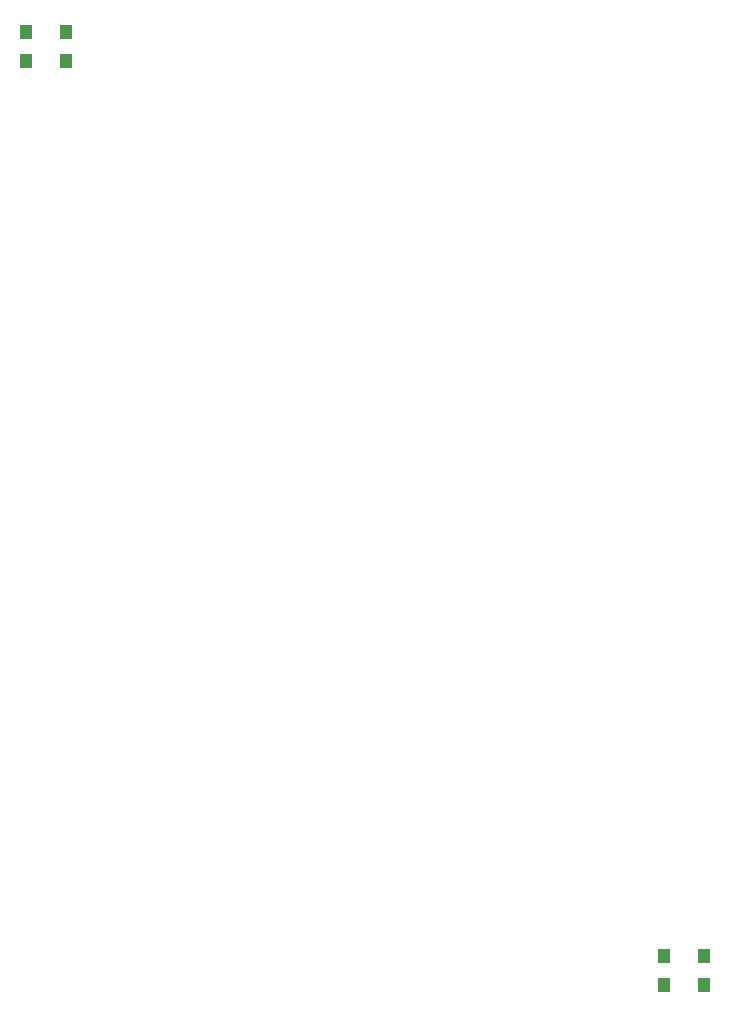
<source format=gbp>
G04 Layer: BottomPasteMaskLayer*
G04 EasyEDA v6.5.29, 2023-07-18 10:18:03*
G04 90495d7994f342159c24a82f0dd90fb3,5a6b42c53f6a479593ecc07194224c93,10*
G04 Gerber Generator version 0.2*
G04 Scale: 100 percent, Rotated: No, Reflected: No *
G04 Dimensions in millimeters *
G04 leading zeros omitted , absolute positions ,4 integer and 5 decimal *
%FSLAX45Y45*%
%MOMM*%

%AMMACRO1*21,1,$1,$2,0,0,$3*%
%ADD10MACRO1,0.95X1.15X0.0000*%

%LPD*%
D10*
G01*
X8377842Y2501894D03*
G01*
X8716322Y2501894D03*
G01*
X8377842Y2743194D03*
G01*
X8716322Y2743194D03*
G01*
X2980359Y10566400D03*
G01*
X3318840Y10566400D03*
G01*
X2980359Y10325100D03*
G01*
X3318840Y10325100D03*
M02*

</source>
